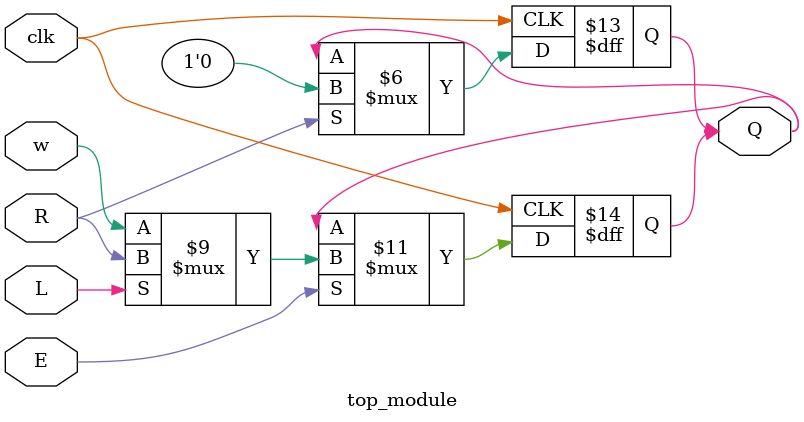
<source format=sv>
module top_module (
    input clk,
    input w,
    input R,
    input E,
    input L,
    output reg Q
);

always @(posedge clk) begin
    if (E == 1) begin
        if (L == 1)
            Q <= R;
        else
            Q <= w;
    end
end

always @(posedge clk) begin
    if (R == 1)
        Q <= 0;
end

endmodule

</source>
